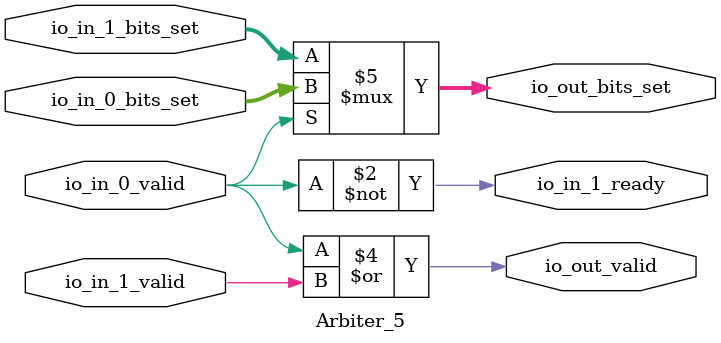
<source format=v>
module Arbiter_5(
  input        io_in_0_valid,
  input  [8:0] io_in_0_bits_set,
  output       io_in_1_ready,
  input        io_in_1_valid,
  input  [8:0] io_in_1_bits_set,
  output       io_out_valid,
  output [8:0] io_out_bits_set
);
  wire  grant_1 = ~io_in_0_valid; // @[Arbiter.scala 45:78]
  assign io_in_1_ready = ~io_in_0_valid; // @[Arbiter.scala 45:78]
  assign io_out_valid = ~grant_1 | io_in_1_valid; // @[Arbiter.scala 147:31]
  assign io_out_bits_set = io_in_0_valid ? io_in_0_bits_set : io_in_1_bits_set; // @[Arbiter.scala 136:15 138:26 140:19]
endmodule

</source>
